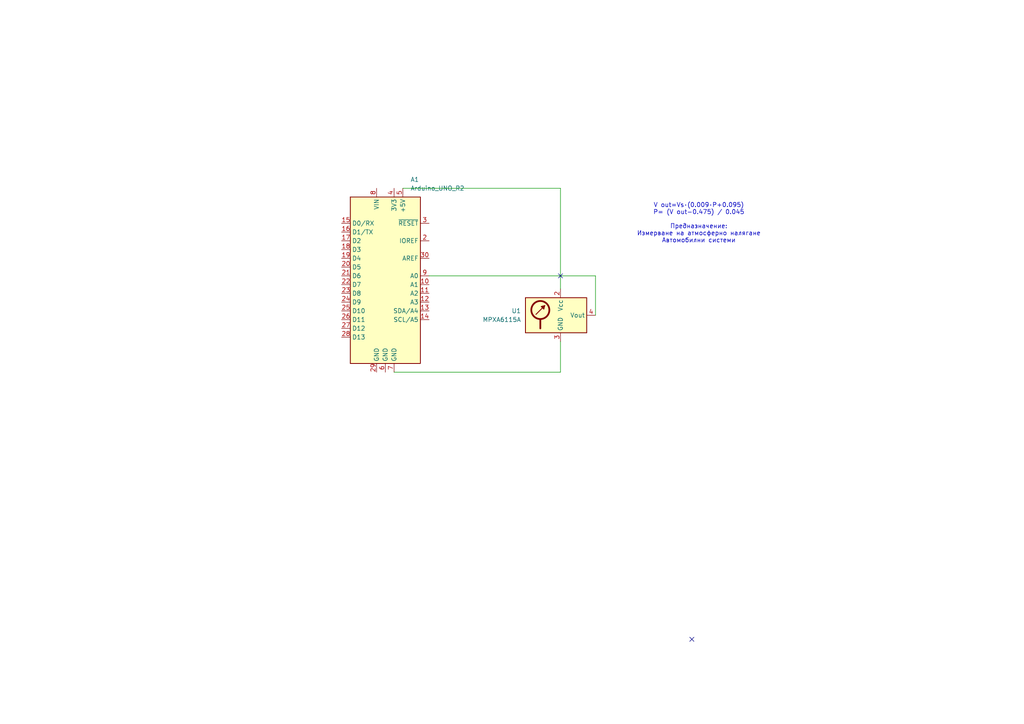
<source format=kicad_sch>
(kicad_sch
	(version 20231120)
	(generator "eeschema")
	(generator_version "8.0")
	(uuid "c7b6b699-702f-4e92-970e-a5a94749dcee")
	(paper "A4")
	(title_block
		(title "MPXA6115")
	)
	(lib_symbols
		(symbol "MCU_Module:Arduino_UNO_R2"
			(exclude_from_sim no)
			(in_bom yes)
			(on_board yes)
			(property "Reference" "A"
				(at -10.16 23.495 0)
				(effects
					(font
						(size 1.27 1.27)
					)
					(justify left bottom)
				)
			)
			(property "Value" "Arduino_UNO_R2"
				(at 5.08 -26.67 0)
				(effects
					(font
						(size 1.27 1.27)
					)
					(justify left top)
				)
			)
			(property "Footprint" "Module:Arduino_UNO_R2"
				(at 0 0 0)
				(effects
					(font
						(size 1.27 1.27)
						(italic yes)
					)
					(hide yes)
				)
			)
			(property "Datasheet" "https://www.arduino.cc/en/Main/arduinoBoardUno"
				(at 0 0 0)
				(effects
					(font
						(size 1.27 1.27)
					)
					(hide yes)
				)
			)
			(property "Description" "Arduino UNO Microcontroller Module, release 2"
				(at 0 0 0)
				(effects
					(font
						(size 1.27 1.27)
					)
					(hide yes)
				)
			)
			(property "ki_keywords" "Arduino UNO R3 Microcontroller Module Atmel AVR USB"
				(at 0 0 0)
				(effects
					(font
						(size 1.27 1.27)
					)
					(hide yes)
				)
			)
			(property "ki_fp_filters" "Arduino*UNO*R2*"
				(at 0 0 0)
				(effects
					(font
						(size 1.27 1.27)
					)
					(hide yes)
				)
			)
			(symbol "Arduino_UNO_R2_0_1"
				(rectangle
					(start -10.16 22.86)
					(end 10.16 -25.4)
					(stroke
						(width 0.254)
						(type default)
					)
					(fill
						(type background)
					)
				)
			)
			(symbol "Arduino_UNO_R2_1_1"
				(pin no_connect line
					(at -10.16 -20.32 0)
					(length 2.54) hide
					(name "NC"
						(effects
							(font
								(size 1.27 1.27)
							)
						)
					)
					(number "1"
						(effects
							(font
								(size 1.27 1.27)
							)
						)
					)
				)
				(pin bidirectional line
					(at 12.7 -2.54 180)
					(length 2.54)
					(name "A1"
						(effects
							(font
								(size 1.27 1.27)
							)
						)
					)
					(number "10"
						(effects
							(font
								(size 1.27 1.27)
							)
						)
					)
				)
				(pin bidirectional line
					(at 12.7 -5.08 180)
					(length 2.54)
					(name "A2"
						(effects
							(font
								(size 1.27 1.27)
							)
						)
					)
					(number "11"
						(effects
							(font
								(size 1.27 1.27)
							)
						)
					)
				)
				(pin bidirectional line
					(at 12.7 -7.62 180)
					(length 2.54)
					(name "A3"
						(effects
							(font
								(size 1.27 1.27)
							)
						)
					)
					(number "12"
						(effects
							(font
								(size 1.27 1.27)
							)
						)
					)
				)
				(pin bidirectional line
					(at 12.7 -10.16 180)
					(length 2.54)
					(name "SDA/A4"
						(effects
							(font
								(size 1.27 1.27)
							)
						)
					)
					(number "13"
						(effects
							(font
								(size 1.27 1.27)
							)
						)
					)
				)
				(pin bidirectional line
					(at 12.7 -12.7 180)
					(length 2.54)
					(name "SCL/A5"
						(effects
							(font
								(size 1.27 1.27)
							)
						)
					)
					(number "14"
						(effects
							(font
								(size 1.27 1.27)
							)
						)
					)
				)
				(pin bidirectional line
					(at -12.7 15.24 0)
					(length 2.54)
					(name "D0/RX"
						(effects
							(font
								(size 1.27 1.27)
							)
						)
					)
					(number "15"
						(effects
							(font
								(size 1.27 1.27)
							)
						)
					)
				)
				(pin bidirectional line
					(at -12.7 12.7 0)
					(length 2.54)
					(name "D1/TX"
						(effects
							(font
								(size 1.27 1.27)
							)
						)
					)
					(number "16"
						(effects
							(font
								(size 1.27 1.27)
							)
						)
					)
				)
				(pin bidirectional line
					(at -12.7 10.16 0)
					(length 2.54)
					(name "D2"
						(effects
							(font
								(size 1.27 1.27)
							)
						)
					)
					(number "17"
						(effects
							(font
								(size 1.27 1.27)
							)
						)
					)
				)
				(pin bidirectional line
					(at -12.7 7.62 0)
					(length 2.54)
					(name "D3"
						(effects
							(font
								(size 1.27 1.27)
							)
						)
					)
					(number "18"
						(effects
							(font
								(size 1.27 1.27)
							)
						)
					)
				)
				(pin bidirectional line
					(at -12.7 5.08 0)
					(length 2.54)
					(name "D4"
						(effects
							(font
								(size 1.27 1.27)
							)
						)
					)
					(number "19"
						(effects
							(font
								(size 1.27 1.27)
							)
						)
					)
				)
				(pin output line
					(at 12.7 10.16 180)
					(length 2.54)
					(name "IOREF"
						(effects
							(font
								(size 1.27 1.27)
							)
						)
					)
					(number "2"
						(effects
							(font
								(size 1.27 1.27)
							)
						)
					)
				)
				(pin bidirectional line
					(at -12.7 2.54 0)
					(length 2.54)
					(name "D5"
						(effects
							(font
								(size 1.27 1.27)
							)
						)
					)
					(number "20"
						(effects
							(font
								(size 1.27 1.27)
							)
						)
					)
				)
				(pin bidirectional line
					(at -12.7 0 0)
					(length 2.54)
					(name "D6"
						(effects
							(font
								(size 1.27 1.27)
							)
						)
					)
					(number "21"
						(effects
							(font
								(size 1.27 1.27)
							)
						)
					)
				)
				(pin bidirectional line
					(at -12.7 -2.54 0)
					(length 2.54)
					(name "D7"
						(effects
							(font
								(size 1.27 1.27)
							)
						)
					)
					(number "22"
						(effects
							(font
								(size 1.27 1.27)
							)
						)
					)
				)
				(pin bidirectional line
					(at -12.7 -5.08 0)
					(length 2.54)
					(name "D8"
						(effects
							(font
								(size 1.27 1.27)
							)
						)
					)
					(number "23"
						(effects
							(font
								(size 1.27 1.27)
							)
						)
					)
				)
				(pin bidirectional line
					(at -12.7 -7.62 0)
					(length 2.54)
					(name "D9"
						(effects
							(font
								(size 1.27 1.27)
							)
						)
					)
					(number "24"
						(effects
							(font
								(size 1.27 1.27)
							)
						)
					)
				)
				(pin bidirectional line
					(at -12.7 -10.16 0)
					(length 2.54)
					(name "D10"
						(effects
							(font
								(size 1.27 1.27)
							)
						)
					)
					(number "25"
						(effects
							(font
								(size 1.27 1.27)
							)
						)
					)
				)
				(pin bidirectional line
					(at -12.7 -12.7 0)
					(length 2.54)
					(name "D11"
						(effects
							(font
								(size 1.27 1.27)
							)
						)
					)
					(number "26"
						(effects
							(font
								(size 1.27 1.27)
							)
						)
					)
				)
				(pin bidirectional line
					(at -12.7 -15.24 0)
					(length 2.54)
					(name "D12"
						(effects
							(font
								(size 1.27 1.27)
							)
						)
					)
					(number "27"
						(effects
							(font
								(size 1.27 1.27)
							)
						)
					)
				)
				(pin bidirectional line
					(at -12.7 -17.78 0)
					(length 2.54)
					(name "D13"
						(effects
							(font
								(size 1.27 1.27)
							)
						)
					)
					(number "28"
						(effects
							(font
								(size 1.27 1.27)
							)
						)
					)
				)
				(pin power_in line
					(at -2.54 -27.94 90)
					(length 2.54)
					(name "GND"
						(effects
							(font
								(size 1.27 1.27)
							)
						)
					)
					(number "29"
						(effects
							(font
								(size 1.27 1.27)
							)
						)
					)
				)
				(pin input line
					(at 12.7 15.24 180)
					(length 2.54)
					(name "~{RESET}"
						(effects
							(font
								(size 1.27 1.27)
							)
						)
					)
					(number "3"
						(effects
							(font
								(size 1.27 1.27)
							)
						)
					)
				)
				(pin input line
					(at 12.7 5.08 180)
					(length 2.54)
					(name "AREF"
						(effects
							(font
								(size 1.27 1.27)
							)
						)
					)
					(number "30"
						(effects
							(font
								(size 1.27 1.27)
							)
						)
					)
				)
				(pin power_out line
					(at 2.54 25.4 270)
					(length 2.54)
					(name "3V3"
						(effects
							(font
								(size 1.27 1.27)
							)
						)
					)
					(number "4"
						(effects
							(font
								(size 1.27 1.27)
							)
						)
					)
				)
				(pin power_out line
					(at 5.08 25.4 270)
					(length 2.54)
					(name "+5V"
						(effects
							(font
								(size 1.27 1.27)
							)
						)
					)
					(number "5"
						(effects
							(font
								(size 1.27 1.27)
							)
						)
					)
				)
				(pin power_in line
					(at 0 -27.94 90)
					(length 2.54)
					(name "GND"
						(effects
							(font
								(size 1.27 1.27)
							)
						)
					)
					(number "6"
						(effects
							(font
								(size 1.27 1.27)
							)
						)
					)
				)
				(pin power_in line
					(at 2.54 -27.94 90)
					(length 2.54)
					(name "GND"
						(effects
							(font
								(size 1.27 1.27)
							)
						)
					)
					(number "7"
						(effects
							(font
								(size 1.27 1.27)
							)
						)
					)
				)
				(pin power_in line
					(at -2.54 25.4 270)
					(length 2.54)
					(name "VIN"
						(effects
							(font
								(size 1.27 1.27)
							)
						)
					)
					(number "8"
						(effects
							(font
								(size 1.27 1.27)
							)
						)
					)
				)
				(pin bidirectional line
					(at 12.7 0 180)
					(length 2.54)
					(name "A0"
						(effects
							(font
								(size 1.27 1.27)
							)
						)
					)
					(number "9"
						(effects
							(font
								(size 1.27 1.27)
							)
						)
					)
				)
			)
		)
		(symbol "Sensor_Pressure:MPXA6115A"
			(exclude_from_sim no)
			(in_bom yes)
			(on_board yes)
			(property "Reference" "U"
				(at -10.16 6.35 0)
				(effects
					(font
						(size 1.27 1.27)
					)
					(justify left)
				)
			)
			(property "Value" "MPXA6115A"
				(at 1.27 6.35 0)
				(effects
					(font
						(size 1.27 1.27)
					)
					(justify left)
				)
			)
			(property "Footprint" ""
				(at -12.7 -8.89 0)
				(effects
					(font
						(size 1.27 1.27)
					)
					(hide yes)
				)
			)
			(property "Datasheet" "https://www.nxp.com/docs/en/data-sheet/MPXA6115A.pdf"
				(at 0 15.24 0)
				(effects
					(font
						(size 1.27 1.27)
					)
					(hide yes)
				)
			)
			(property "Description" "Absolute pressure sensor, 15 to 115kPa, analog output, integrated signal conditioning, temperature compensated, SO package"
				(at 0 0 0)
				(effects
					(font
						(size 1.27 1.27)
					)
					(hide yes)
				)
			)
			(property "ki_keywords" "absolute pressure sensor"
				(at 0 0 0)
				(effects
					(font
						(size 1.27 1.27)
					)
					(hide yes)
				)
			)
			(symbol "MPXA6115A_0_1"
				(circle
					(center -5.842 1.524)
					(radius 2.6162)
					(stroke
						(width 0.508)
						(type default)
					)
					(fill
						(type none)
					)
				)
				(polyline
					(pts
						(xy -7.112 0.254) (xy -4.572 2.794)
					)
					(stroke
						(width 0.254)
						(type default)
					)
					(fill
						(type none)
					)
				)
				(polyline
					(pts
						(xy -5.842 -1.27) (xy -5.842 -3.81)
					)
					(stroke
						(width 0.508)
						(type default)
					)
					(fill
						(type none)
					)
				)
				(polyline
					(pts
						(xy -4.572 2.794) (xy -4.826 1.778) (xy -5.588 2.54) (xy -4.572 2.794)
					)
					(stroke
						(width 0.254)
						(type default)
					)
					(fill
						(type outline)
					)
				)
				(rectangle
					(start 7.62 5.08)
					(end -10.16 -5.08)
					(stroke
						(width 0.254)
						(type default)
					)
					(fill
						(type background)
					)
				)
			)
			(symbol "MPXA6115A_1_1"
				(pin no_connect line
					(at 5.08 -5.08 90)
					(length 2.54) hide
					(name "NC"
						(effects
							(font
								(size 1.27 1.27)
							)
						)
					)
					(number "1"
						(effects
							(font
								(size 1.27 1.27)
							)
						)
					)
				)
				(pin power_in line
					(at 0 7.62 270)
					(length 2.54)
					(name "Vcc"
						(effects
							(font
								(size 1.27 1.27)
							)
						)
					)
					(number "2"
						(effects
							(font
								(size 1.27 1.27)
							)
						)
					)
				)
				(pin power_in line
					(at 0 -7.62 90)
					(length 2.54)
					(name "GND"
						(effects
							(font
								(size 1.27 1.27)
							)
						)
					)
					(number "3"
						(effects
							(font
								(size 1.27 1.27)
							)
						)
					)
				)
				(pin output line
					(at 10.16 0 180)
					(length 2.54)
					(name "Vout"
						(effects
							(font
								(size 1.27 1.27)
							)
						)
					)
					(number "4"
						(effects
							(font
								(size 1.27 1.27)
							)
						)
					)
				)
				(pin no_connect line
					(at -7.62 -5.08 90)
					(length 2.54) hide
					(name "NC"
						(effects
							(font
								(size 1.27 1.27)
							)
						)
					)
					(number "5"
						(effects
							(font
								(size 1.27 1.27)
							)
						)
					)
				)
				(pin no_connect line
					(at -5.08 -5.08 90)
					(length 2.54) hide
					(name "NC"
						(effects
							(font
								(size 1.27 1.27)
							)
						)
					)
					(number "6"
						(effects
							(font
								(size 1.27 1.27)
							)
						)
					)
				)
				(pin no_connect line
					(at -2.54 -5.08 90)
					(length 2.54) hide
					(name "NC"
						(effects
							(font
								(size 1.27 1.27)
							)
						)
					)
					(number "7"
						(effects
							(font
								(size 1.27 1.27)
							)
						)
					)
				)
				(pin no_connect line
					(at 2.54 -5.08 90)
					(length 2.54) hide
					(name "NC"
						(effects
							(font
								(size 1.27 1.27)
							)
						)
					)
					(number "8"
						(effects
							(font
								(size 1.27 1.27)
							)
						)
					)
				)
			)
		)
	)
	(no_connect
		(at 200.66 185.42)
		(uuid "5159a523-ae00-4358-b926-e1d50aa0a8de")
	)
	(no_connect
		(at 162.56 80.01)
		(uuid "569a12b4-9a2d-48b2-a23b-0f850b3dd51b")
	)
	(wire
		(pts
			(xy 116.84 54.61) (xy 162.56 54.61)
		)
		(stroke
			(width 0)
			(type default)
		)
		(uuid "1a1cb51d-414b-4332-8e77-5d6b6cff7cc0")
	)
	(wire
		(pts
			(xy 114.3 107.95) (xy 162.56 107.95)
		)
		(stroke
			(width 0)
			(type default)
		)
		(uuid "33e6a280-26fa-4bd2-bf7c-12e95b126d93")
	)
	(wire
		(pts
			(xy 162.56 107.95) (xy 162.56 99.06)
		)
		(stroke
			(width 0)
			(type default)
		)
		(uuid "85715928-848e-43ac-975e-d0cb64548e6f")
	)
	(wire
		(pts
			(xy 172.72 80.01) (xy 172.72 91.44)
		)
		(stroke
			(width 0)
			(type default)
		)
		(uuid "a1c16190-a768-4a4e-beb6-7d641c0c8f79")
	)
	(wire
		(pts
			(xy 124.46 80.01) (xy 172.72 80.01)
		)
		(stroke
			(width 0)
			(type default)
		)
		(uuid "e66fa0fb-f7ef-4c9d-8909-6b8d3a600bda")
	)
	(wire
		(pts
			(xy 162.56 54.61) (xy 162.56 83.82)
		)
		(stroke
			(width 0)
			(type default)
		)
		(uuid "ec4b669b-75d6-4b4f-8b5b-9e42f9594dc1")
	)
	(text "V out=Vs⋅(0.009⋅P+0.095)\nP= (V out−0.475) / 0.045\n\nПредназначение:\nИзмерване на атмосферно налягане\nАвтомобилни системи\n​\n\n​\n\n"
		(exclude_from_sim no)
		(at 202.692 68.834 0)
		(effects
			(font
				(size 1.27 1.27)
			)
		)
		(uuid "3b3f2b80-c550-4209-87cb-4c3bb5e3e058")
	)
	(symbol
		(lib_id "MCU_Module:Arduino_UNO_R2")
		(at 111.76 80.01 0)
		(unit 1)
		(exclude_from_sim no)
		(in_bom yes)
		(on_board yes)
		(dnp no)
		(fields_autoplaced yes)
		(uuid "0ba86ed0-a60e-47f2-ad0f-42b6d7a260ae")
		(property "Reference" "A1"
			(at 119.0341 52.07 0)
			(effects
				(font
					(size 1.27 1.27)
				)
				(justify left)
			)
		)
		(property "Value" "Arduino_UNO_R2"
			(at 119.0341 54.61 0)
			(effects
				(font
					(size 1.27 1.27)
				)
				(justify left)
			)
		)
		(property "Footprint" "Module:Arduino_UNO_R2"
			(at 111.76 80.01 0)
			(effects
				(font
					(size 1.27 1.27)
					(italic yes)
				)
				(hide yes)
			)
		)
		(property "Datasheet" "https://www.arduino.cc/en/Main/arduinoBoardUno"
			(at 111.76 80.01 0)
			(effects
				(font
					(size 1.27 1.27)
				)
				(hide yes)
			)
		)
		(property "Description" "Arduino UNO Microcontroller Module, release 2"
			(at 111.76 80.01 0)
			(effects
				(font
					(size 1.27 1.27)
				)
				(hide yes)
			)
		)
		(pin "2"
			(uuid "ca195d22-c893-4b1a-aa25-98fedd673201")
		)
		(pin "28"
			(uuid "a8f7f443-23c8-44d4-a03d-e9d4c3a3ae9d")
		)
		(pin "27"
			(uuid "0b853bda-c722-40ef-8272-03ea9a5bce2e")
		)
		(pin "6"
			(uuid "c86522fa-b0ef-4150-b66b-4c864ac87314")
		)
		(pin "5"
			(uuid "b31f119b-a21f-41be-875e-a95359f383f8")
		)
		(pin "9"
			(uuid "b78b04e0-616a-4f75-8d4d-35ae4037ec7c")
		)
		(pin "29"
			(uuid "d61e86e9-bbcc-45ef-bb22-c1de72184b7a")
		)
		(pin "26"
			(uuid "b8767b3b-3ab1-47c7-9e94-9af715924cd6")
		)
		(pin "17"
			(uuid "d51cadff-c23e-48e0-b0d4-89e6e740acf9")
		)
		(pin "30"
			(uuid "1c281ec4-052c-480d-9a7a-09300ea21e40")
		)
		(pin "7"
			(uuid "34009585-d4af-4865-a287-bc24441ec207")
		)
		(pin "24"
			(uuid "2603b175-c2bb-431f-b335-b0da337adf57")
		)
		(pin "21"
			(uuid "e5c42e6d-7bcf-45f6-bb98-b9e96ba56af8")
		)
		(pin "8"
			(uuid "d778ba05-b219-426a-9d36-9cf6a1c8f043")
		)
		(pin "22"
			(uuid "24447362-97d1-497c-be59-7d04e1621a6f")
		)
		(pin "14"
			(uuid "7e74642a-89fa-4537-9aac-7bdcd2a2fb0a")
		)
		(pin "23"
			(uuid "49b8bbe6-95cf-4482-871f-6e6d45a3eaaa")
		)
		(pin "15"
			(uuid "8edfee4c-69ae-462e-8857-f5f50b28d30d")
		)
		(pin "3"
			(uuid "09619933-c93f-45bd-9301-c504a7cfcd5d")
		)
		(pin "19"
			(uuid "af979c76-a8cf-4e0a-90d3-dce3d565925c")
		)
		(pin "4"
			(uuid "cef0e426-538f-40e8-b25d-367169a93f07")
		)
		(pin "1"
			(uuid "f5df85d4-641e-41f9-8913-847a3b506637")
		)
		(pin "20"
			(uuid "a3e11950-988c-4590-b255-16bc575fdb13")
		)
		(pin "12"
			(uuid "0e1d726c-97bc-4801-b14b-e01f1e4c5fc3")
		)
		(pin "11"
			(uuid "095010f0-d0f7-452b-9e90-bd20e17e2187")
		)
		(pin "18"
			(uuid "651a32a3-f12e-4186-a9b5-b1664c02384a")
		)
		(pin "13"
			(uuid "cff323de-33b7-426b-afdb-3e9da417ddef")
		)
		(pin "25"
			(uuid "e0100ef5-8089-43ed-95b6-fd591d396bd1")
		)
		(pin "16"
			(uuid "771da787-3c7e-4e51-8f86-f90da3df0e21")
		)
		(pin "10"
			(uuid "07d7ad55-e49f-4a17-b335-9a8c87c35812")
		)
		(instances
			(project ""
				(path "/c7b6b699-702f-4e92-970e-a5a94749dcee"
					(reference "A1")
					(unit 1)
				)
			)
		)
	)
	(symbol
		(lib_id "Sensor_Pressure:MPXA6115A")
		(at 162.56 91.44 0)
		(unit 1)
		(exclude_from_sim no)
		(in_bom yes)
		(on_board yes)
		(dnp no)
		(fields_autoplaced yes)
		(uuid "ba7a2173-136b-4a69-8fed-68110b741c97")
		(property "Reference" "U1"
			(at 151.13 90.1699 0)
			(effects
				(font
					(size 1.27 1.27)
				)
				(justify right)
			)
		)
		(property "Value" "MPXA6115A"
			(at 151.13 92.7099 0)
			(effects
				(font
					(size 1.27 1.27)
				)
				(justify right)
			)
		)
		(property "Footprint" ""
			(at 149.86 100.33 0)
			(effects
				(font
					(size 1.27 1.27)
				)
				(hide yes)
			)
		)
		(property "Datasheet" "https://www.nxp.com/docs/en/data-sheet/MPXA6115A.pdf"
			(at 162.56 76.2 0)
			(effects
				(font
					(size 1.27 1.27)
				)
				(hide yes)
			)
		)
		(property "Description" "Absolute pressure sensor, 15 to 115kPa, analog output, integrated signal conditioning, temperature compensated, SO package"
			(at 162.56 91.44 0)
			(effects
				(font
					(size 1.27 1.27)
				)
				(hide yes)
			)
		)
		(pin "4"
			(uuid "88e8aa28-2b6a-465a-813c-4dec0174129a")
		)
		(pin "2"
			(uuid "aee09f06-382b-4a5b-a562-cd79ab89df93")
		)
		(pin "6"
			(uuid "b93f0bd1-9a75-478c-9651-8c42781b3510")
		)
		(pin "1"
			(uuid "9772d1ed-0399-45a3-b67b-4eace1ba2c32")
		)
		(pin "8"
			(uuid "784af13b-b89b-4fd6-ae2f-381e2ca1a58d")
		)
		(pin "7"
			(uuid "511da662-c4d4-4135-8909-d23b5de9e3f7")
		)
		(pin "3"
			(uuid "7a219c15-a1e2-49fc-aba8-5eb3d86cb466")
		)
		(pin "5"
			(uuid "146005c2-054c-420c-b214-941a987a8ec5")
		)
		(instances
			(project ""
				(path "/c7b6b699-702f-4e92-970e-a5a94749dcee"
					(reference "U1")
					(unit 1)
				)
			)
		)
	)
	(sheet_instances
		(path "/"
			(page "1")
		)
	)
)

</source>
